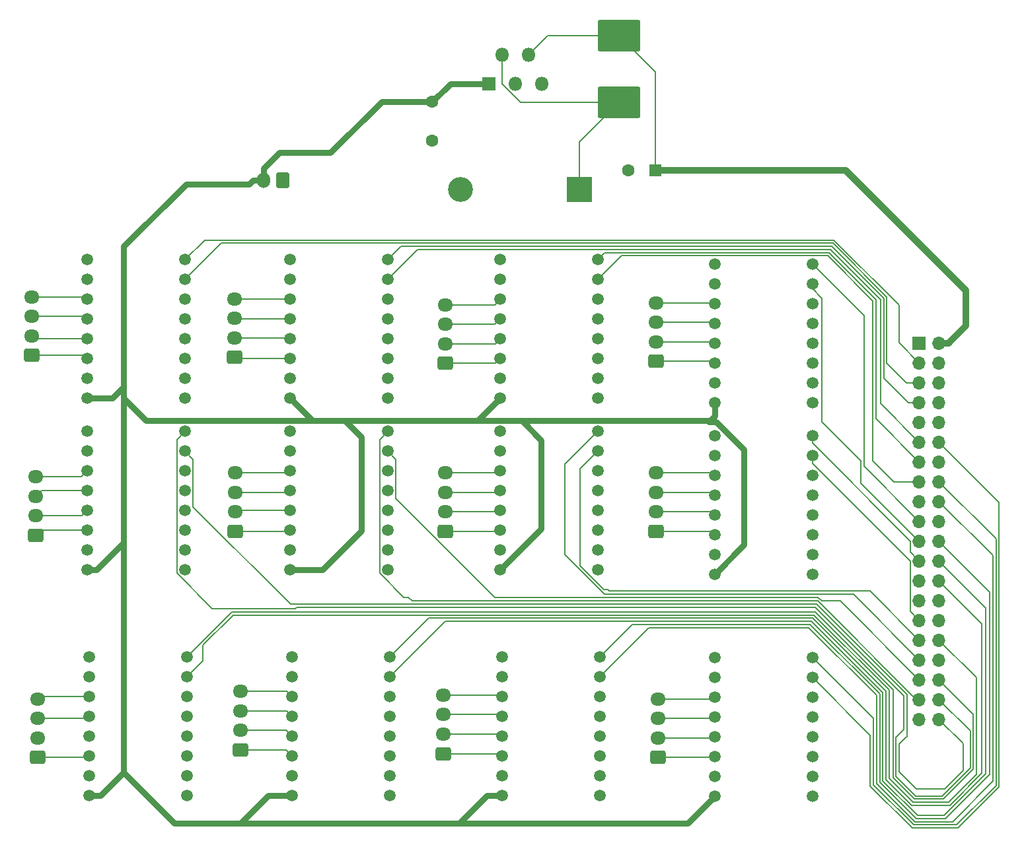
<source format=gtl>
G04 #@! TF.GenerationSoftware,KiCad,Pcbnew,8.0.8-8.0.8-0~ubuntu24.04.1*
G04 #@! TF.CreationDate,2025-04-08T09:18:08-05:00*
G04 #@! TF.ProjectId,wasabi,77617361-6269-42e6-9b69-6361645f7063,rev?*
G04 #@! TF.SameCoordinates,Original*
G04 #@! TF.FileFunction,Copper,L1,Top*
G04 #@! TF.FilePolarity,Positive*
%FSLAX46Y46*%
G04 Gerber Fmt 4.6, Leading zero omitted, Abs format (unit mm)*
G04 Created by KiCad (PCBNEW 8.0.8-8.0.8-0~ubuntu24.04.1) date 2025-04-08 09:18:08*
%MOMM*%
%LPD*%
G01*
G04 APERTURE LIST*
G04 Aperture macros list*
%AMRoundRect*
0 Rectangle with rounded corners*
0 $1 Rounding radius*
0 $2 $3 $4 $5 $6 $7 $8 $9 X,Y pos of 4 corners*
0 Add a 4 corners polygon primitive as box body*
4,1,4,$2,$3,$4,$5,$6,$7,$8,$9,$2,$3,0*
0 Add four circle primitives for the rounded corners*
1,1,$1+$1,$2,$3*
1,1,$1+$1,$4,$5*
1,1,$1+$1,$6,$7*
1,1,$1+$1,$8,$9*
0 Add four rect primitives between the rounded corners*
20,1,$1+$1,$2,$3,$4,$5,0*
20,1,$1+$1,$4,$5,$6,$7,0*
20,1,$1+$1,$6,$7,$8,$9,0*
20,1,$1+$1,$8,$9,$2,$3,0*%
G04 Aperture macros list end*
G04 #@! TA.AperFunction,ComponentPad*
%ADD10RoundRect,0.250000X0.725000X-0.600000X0.725000X0.600000X-0.725000X0.600000X-0.725000X-0.600000X0*%
G04 #@! TD*
G04 #@! TA.AperFunction,ComponentPad*
%ADD11O,1.950000X1.700000*%
G04 #@! TD*
G04 #@! TA.AperFunction,ComponentPad*
%ADD12C,1.500000*%
G04 #@! TD*
G04 #@! TA.AperFunction,ComponentPad*
%ADD13C,1.600000*%
G04 #@! TD*
G04 #@! TA.AperFunction,ComponentPad*
%ADD14RoundRect,0.250000X0.600000X0.750000X-0.600000X0.750000X-0.600000X-0.750000X0.600000X-0.750000X0*%
G04 #@! TD*
G04 #@! TA.AperFunction,ComponentPad*
%ADD15O,1.700000X2.000000*%
G04 #@! TD*
G04 #@! TA.AperFunction,ComponentPad*
%ADD16R,1.800000X1.800000*%
G04 #@! TD*
G04 #@! TA.AperFunction,ComponentPad*
%ADD17O,1.800000X1.800000*%
G04 #@! TD*
G04 #@! TA.AperFunction,ComponentPad*
%ADD18R,3.200000X3.200000*%
G04 #@! TD*
G04 #@! TA.AperFunction,ComponentPad*
%ADD19O,3.200000X3.200000*%
G04 #@! TD*
G04 #@! TA.AperFunction,SMDPad,CuDef*
%ADD20RoundRect,0.250000X2.500000X-1.750000X2.500000X1.750000X-2.500000X1.750000X-2.500000X-1.750000X0*%
G04 #@! TD*
G04 #@! TA.AperFunction,ComponentPad*
%ADD21R,1.600000X1.600000*%
G04 #@! TD*
G04 #@! TA.AperFunction,ComponentPad*
%ADD22R,1.700000X1.700000*%
G04 #@! TD*
G04 #@! TA.AperFunction,ComponentPad*
%ADD23O,1.700000X1.700000*%
G04 #@! TD*
G04 #@! TA.AperFunction,Conductor*
%ADD24C,0.200000*%
G04 #@! TD*
G04 #@! TA.AperFunction,Conductor*
%ADD25C,0.850000*%
G04 #@! TD*
G04 #@! TA.AperFunction,Conductor*
%ADD26C,0.800000*%
G04 #@! TD*
G04 APERTURE END LIST*
D10*
X104000000Y-136060000D03*
D11*
X104000000Y-133560000D03*
X104000000Y-131060000D03*
X104000000Y-128560000D03*
D12*
X164750000Y-91540000D03*
X164750000Y-89000000D03*
X164750000Y-86460000D03*
X164750000Y-83920000D03*
X164750000Y-81380000D03*
X164750000Y-78840000D03*
X164750000Y-76300000D03*
X164750000Y-73760000D03*
X177250000Y-91540000D03*
X177250000Y-89000000D03*
X177250000Y-86460000D03*
X177250000Y-83920000D03*
X177250000Y-81380000D03*
X177250000Y-78840000D03*
X177250000Y-76300000D03*
X177250000Y-73760000D03*
D13*
X128500000Y-52950000D03*
X128500000Y-57950000D03*
D10*
X103225000Y-85750000D03*
D11*
X103225000Y-83250000D03*
X103225000Y-80750000D03*
X103225000Y-78250000D03*
D10*
X157250000Y-108050000D03*
D11*
X157250000Y-105550000D03*
X157250000Y-103050000D03*
X157250000Y-100550000D03*
D14*
X109400000Y-63025000D03*
D15*
X106900000Y-63025000D03*
D10*
X157500000Y-137060000D03*
D11*
X157500000Y-134560000D03*
X157500000Y-132060000D03*
X157500000Y-129560000D03*
D12*
X84350000Y-113000000D03*
X84350000Y-110460000D03*
X84350000Y-107920000D03*
X84350000Y-105380000D03*
X84350000Y-102840000D03*
X84350000Y-100300000D03*
X84350000Y-97760000D03*
X84350000Y-95220000D03*
X96850000Y-113000000D03*
X96850000Y-110460000D03*
X96850000Y-107920000D03*
X96850000Y-105380000D03*
X96850000Y-102840000D03*
X96850000Y-100300000D03*
X96850000Y-97760000D03*
X96850000Y-95220000D03*
D10*
X103250000Y-108050000D03*
D11*
X103250000Y-105550000D03*
X103250000Y-103050000D03*
X103250000Y-100550000D03*
D12*
X164750000Y-113540000D03*
X164750000Y-111000000D03*
X164750000Y-108460000D03*
X164750000Y-105920000D03*
X164750000Y-103380000D03*
X164750000Y-100840000D03*
X164750000Y-98300000D03*
X164750000Y-95760000D03*
X177250000Y-113540000D03*
X177250000Y-111000000D03*
X177250000Y-108460000D03*
X177250000Y-105920000D03*
X177250000Y-103380000D03*
X177250000Y-100840000D03*
X177250000Y-98300000D03*
X177250000Y-95760000D03*
D10*
X77750000Y-108550000D03*
D11*
X77750000Y-106050000D03*
X77750000Y-103550000D03*
X77750000Y-101050000D03*
D12*
X84600000Y-141960000D03*
X84600000Y-139420000D03*
X84600000Y-136880000D03*
X84600000Y-134340000D03*
X84600000Y-131800000D03*
X84600000Y-129260000D03*
X84600000Y-126720000D03*
X84600000Y-124180000D03*
X97100000Y-141960000D03*
X97100000Y-139420000D03*
X97100000Y-136880000D03*
X97100000Y-134340000D03*
X97100000Y-131800000D03*
X97100000Y-129260000D03*
X97100000Y-126720000D03*
X97100000Y-124180000D03*
X137250000Y-91000000D03*
X137250000Y-88460000D03*
X137250000Y-85920000D03*
X137250000Y-83380000D03*
X137250000Y-80840000D03*
X137250000Y-78300000D03*
X137250000Y-75760000D03*
X137250000Y-73220000D03*
X149750000Y-91000000D03*
X149750000Y-88460000D03*
X149750000Y-85920000D03*
X149750000Y-83380000D03*
X149750000Y-80840000D03*
X149750000Y-78300000D03*
X149750000Y-75760000D03*
X149750000Y-73220000D03*
X110350000Y-91000000D03*
X110350000Y-88460000D03*
X110350000Y-85920000D03*
X110350000Y-83380000D03*
X110350000Y-80840000D03*
X110350000Y-78300000D03*
X110350000Y-75760000D03*
X110350000Y-73220000D03*
X122850000Y-91000000D03*
X122850000Y-88460000D03*
X122850000Y-85920000D03*
X122850000Y-83380000D03*
X122850000Y-80840000D03*
X122850000Y-78300000D03*
X122850000Y-75760000D03*
X122850000Y-73220000D03*
D10*
X130000000Y-136560000D03*
D11*
X130000000Y-134060000D03*
X130000000Y-131560000D03*
X130000000Y-129060000D03*
D16*
X135800000Y-50650000D03*
D17*
X137500000Y-46950000D03*
X139200000Y-50650000D03*
X140900000Y-46950000D03*
X142600000Y-50650000D03*
D18*
X147370000Y-64250000D03*
D19*
X132130000Y-64250000D03*
D20*
X152500000Y-53000000D03*
X152500000Y-44500000D03*
D10*
X130250000Y-108050000D03*
D11*
X130250000Y-105550000D03*
X130250000Y-103050000D03*
X130250000Y-100550000D03*
D10*
X78000000Y-137060000D03*
D11*
X78000000Y-134560000D03*
X78000000Y-132060000D03*
X78000000Y-129560000D03*
D12*
X110600000Y-141960000D03*
X110600000Y-139420000D03*
X110600000Y-136880000D03*
X110600000Y-134340000D03*
X110600000Y-131800000D03*
X110600000Y-129260000D03*
X110600000Y-126720000D03*
X110600000Y-124180000D03*
X123100000Y-141960000D03*
X123100000Y-139420000D03*
X123100000Y-136880000D03*
X123100000Y-134340000D03*
X123100000Y-131800000D03*
X123100000Y-129260000D03*
X123100000Y-126720000D03*
X123100000Y-124180000D03*
X137500000Y-141960000D03*
X137500000Y-139420000D03*
X137500000Y-136880000D03*
X137500000Y-134340000D03*
X137500000Y-131800000D03*
X137500000Y-129260000D03*
X137500000Y-126720000D03*
X137500000Y-124180000D03*
X150000000Y-141960000D03*
X150000000Y-139420000D03*
X150000000Y-136880000D03*
X150000000Y-134340000D03*
X150000000Y-131800000D03*
X150000000Y-129260000D03*
X150000000Y-126720000D03*
X150000000Y-124180000D03*
D21*
X157152651Y-61750000D03*
D13*
X153652651Y-61750000D03*
D12*
X164750000Y-142000000D03*
X164750000Y-139460000D03*
X164750000Y-136920000D03*
X164750000Y-134380000D03*
X164750000Y-131840000D03*
X164750000Y-129300000D03*
X164750000Y-126760000D03*
X164750000Y-124220000D03*
X177250000Y-142000000D03*
X177250000Y-139460000D03*
X177250000Y-136920000D03*
X177250000Y-134380000D03*
X177250000Y-131840000D03*
X177250000Y-129300000D03*
X177250000Y-126760000D03*
X177250000Y-124220000D03*
D10*
X157225000Y-86250000D03*
D11*
X157225000Y-83750000D03*
X157225000Y-81250000D03*
X157225000Y-78750000D03*
D12*
X137250000Y-113000000D03*
X137250000Y-110460000D03*
X137250000Y-107920000D03*
X137250000Y-105380000D03*
X137250000Y-102840000D03*
X137250000Y-100300000D03*
X137250000Y-97760000D03*
X137250000Y-95220000D03*
X149750000Y-113000000D03*
X149750000Y-110460000D03*
X149750000Y-107920000D03*
X149750000Y-105380000D03*
X149750000Y-102840000D03*
X149750000Y-100300000D03*
X149750000Y-97760000D03*
X149750000Y-95220000D03*
D10*
X77250000Y-85500000D03*
D11*
X77250000Y-83000000D03*
X77250000Y-80500000D03*
X77250000Y-78000000D03*
D12*
X84350000Y-91000000D03*
X84350000Y-88460000D03*
X84350000Y-85920000D03*
X84350000Y-83380000D03*
X84350000Y-80840000D03*
X84350000Y-78300000D03*
X84350000Y-75760000D03*
X84350000Y-73220000D03*
X96850000Y-91000000D03*
X96850000Y-88460000D03*
X96850000Y-85920000D03*
X96850000Y-83380000D03*
X96850000Y-80840000D03*
X96850000Y-78300000D03*
X96850000Y-75760000D03*
X96850000Y-73220000D03*
X110350000Y-113000000D03*
X110350000Y-110460000D03*
X110350000Y-107920000D03*
X110350000Y-105380000D03*
X110350000Y-102840000D03*
X110350000Y-100300000D03*
X110350000Y-97760000D03*
X110350000Y-95220000D03*
X122850000Y-113000000D03*
X122850000Y-110460000D03*
X122850000Y-107920000D03*
X122850000Y-105380000D03*
X122850000Y-102840000D03*
X122850000Y-100300000D03*
X122850000Y-97760000D03*
X122850000Y-95220000D03*
D22*
X190960000Y-83920000D03*
D23*
X193500000Y-83920000D03*
X190960000Y-86460000D03*
X193500000Y-86460000D03*
X190960000Y-89000000D03*
X193500000Y-89000000D03*
X190960000Y-91540000D03*
X193500000Y-91540000D03*
X190960000Y-94080000D03*
X193500000Y-94080000D03*
X190960000Y-96620000D03*
X193500000Y-96620000D03*
X190960000Y-99160000D03*
X193500000Y-99160000D03*
X190960000Y-101700000D03*
X193500000Y-101700000D03*
X190960000Y-104240000D03*
X193500000Y-104240000D03*
X190960000Y-106780000D03*
X193500000Y-106780000D03*
X190960000Y-109320000D03*
X193500000Y-109320000D03*
X190960000Y-111860000D03*
X193500000Y-111860000D03*
X190960000Y-114400000D03*
X193500000Y-114400000D03*
X190960000Y-116940000D03*
X193500000Y-116940000D03*
X190960000Y-119480000D03*
X193500000Y-119480000D03*
X190960000Y-122020000D03*
X193500000Y-122020000D03*
X190960000Y-124560000D03*
X193500000Y-124560000D03*
X190960000Y-127100000D03*
X193500000Y-127100000D03*
X190960000Y-129640000D03*
X193500000Y-129640000D03*
X190960000Y-132180000D03*
X193500000Y-132180000D03*
D10*
X130250000Y-86500000D03*
D11*
X130250000Y-84000000D03*
X130250000Y-81500000D03*
X130250000Y-79000000D03*
D24*
X137500000Y-46950000D02*
X137500000Y-50647057D01*
X147370000Y-58130000D02*
X152500000Y-53000000D01*
X139852943Y-53000000D02*
X152500000Y-53000000D01*
X147370000Y-64250000D02*
X147370000Y-58130000D01*
X137500000Y-50647057D02*
X139852943Y-53000000D01*
D25*
X194702081Y-83920000D02*
X193500000Y-83920000D01*
D24*
X157152651Y-49152651D02*
X152500000Y-44500000D01*
D25*
X196935042Y-77165252D02*
X196935042Y-81687039D01*
X181519790Y-61750000D02*
X196935042Y-77165252D01*
D24*
X143350000Y-44500000D02*
X140900000Y-46950000D01*
D25*
X157152651Y-61750000D02*
X181519790Y-61750000D01*
D24*
X152500000Y-44500000D02*
X143350000Y-44500000D01*
X157152651Y-61750000D02*
X157152651Y-49152651D01*
D25*
X196935042Y-81687039D02*
X194702081Y-83920000D01*
D24*
X157225000Y-83750000D02*
X164580000Y-83750000D01*
X164580000Y-83750000D02*
X164750000Y-83920000D01*
X164620000Y-81250000D02*
X164750000Y-81380000D01*
X157225000Y-81250000D02*
X164620000Y-81250000D01*
X164540000Y-86250000D02*
X164750000Y-86460000D01*
X157225000Y-86250000D02*
X164540000Y-86250000D01*
X157225000Y-78750000D02*
X164660000Y-78750000D01*
X164660000Y-78750000D02*
X164750000Y-78840000D01*
X136590000Y-81500000D02*
X137250000Y-80840000D01*
X130250000Y-81500000D02*
X136590000Y-81500000D01*
X130250000Y-86500000D02*
X136670000Y-86500000D01*
X136670000Y-86500000D02*
X137250000Y-85920000D01*
X130250000Y-84000000D02*
X136630000Y-84000000D01*
X136630000Y-84000000D02*
X137250000Y-83380000D01*
X136550000Y-79000000D02*
X137250000Y-78300000D01*
X130250000Y-79000000D02*
X136550000Y-79000000D01*
X103225000Y-83250000D02*
X110220000Y-83250000D01*
X110220000Y-83250000D02*
X110350000Y-83380000D01*
X110350000Y-80840000D02*
X103315000Y-80840000D01*
X103315000Y-80840000D02*
X103225000Y-80750000D01*
X103395000Y-85920000D02*
X103225000Y-85750000D01*
X110350000Y-85920000D02*
X103395000Y-85920000D01*
X110300000Y-78250000D02*
X110350000Y-78300000D01*
X103225000Y-78250000D02*
X110300000Y-78250000D01*
X84350000Y-83380000D02*
X77630000Y-83380000D01*
X77630000Y-83380000D02*
X77250000Y-83000000D01*
X77250000Y-85500000D02*
X83930000Y-85500000D01*
X83930000Y-85500000D02*
X84350000Y-85920000D01*
X77250000Y-80500000D02*
X84010000Y-80500000D01*
X84010000Y-80500000D02*
X84350000Y-80840000D01*
X77250000Y-78000000D02*
X84050000Y-78000000D01*
X84050000Y-78000000D02*
X84350000Y-78300000D01*
X84350000Y-107920000D02*
X78380000Y-107920000D01*
X78380000Y-107920000D02*
X77750000Y-108550000D01*
X78460000Y-102840000D02*
X77750000Y-103550000D01*
X84350000Y-102840000D02*
X78460000Y-102840000D01*
X77750000Y-101050000D02*
X83600000Y-101050000D01*
X83600000Y-101050000D02*
X84350000Y-100300000D01*
X83680000Y-106050000D02*
X84350000Y-105380000D01*
X77750000Y-106050000D02*
X83680000Y-106050000D01*
X110350000Y-105380000D02*
X103420000Y-105380000D01*
X103420000Y-105380000D02*
X103250000Y-105550000D01*
X103250000Y-108050000D02*
X110220000Y-108050000D01*
X110220000Y-108050000D02*
X110350000Y-107920000D01*
X103250000Y-103050000D02*
X110140000Y-103050000D01*
X110140000Y-103050000D02*
X110350000Y-102840000D01*
X103250000Y-100550000D02*
X110100000Y-100550000D01*
X110100000Y-100550000D02*
X110350000Y-100300000D01*
X137120000Y-108050000D02*
X137250000Y-107920000D01*
X130250000Y-108050000D02*
X137120000Y-108050000D01*
X130250000Y-103050000D02*
X137040000Y-103050000D01*
X137040000Y-103050000D02*
X137250000Y-102840000D01*
X130250000Y-100550000D02*
X137000000Y-100550000D01*
X137000000Y-100550000D02*
X137250000Y-100300000D01*
X137080000Y-105550000D02*
X137250000Y-105380000D01*
X130250000Y-105550000D02*
X137080000Y-105550000D01*
X157250000Y-108050000D02*
X164340000Y-108050000D01*
X164340000Y-108050000D02*
X164750000Y-108460000D01*
X164460000Y-100550000D02*
X164750000Y-100840000D01*
X157250000Y-100550000D02*
X164460000Y-100550000D01*
X157250000Y-105550000D02*
X164380000Y-105550000D01*
X164380000Y-105550000D02*
X164750000Y-105920000D01*
X157250000Y-103050000D02*
X164420000Y-103050000D01*
X164420000Y-103050000D02*
X164750000Y-103380000D01*
X164570000Y-134560000D02*
X164750000Y-134380000D01*
X157500000Y-134560000D02*
X164570000Y-134560000D01*
X157500000Y-132060000D02*
X164530000Y-132060000D01*
X164530000Y-132060000D02*
X164750000Y-131840000D01*
X157500000Y-129560000D02*
X164490000Y-129560000D01*
X164490000Y-129560000D02*
X164750000Y-129300000D01*
X157500000Y-137060000D02*
X164610000Y-137060000D01*
X164610000Y-137060000D02*
X164750000Y-136920000D01*
X137220000Y-134060000D02*
X137500000Y-134340000D01*
X130000000Y-134060000D02*
X137220000Y-134060000D01*
X130000000Y-136560000D02*
X137180000Y-136560000D01*
X137180000Y-136560000D02*
X137500000Y-136880000D01*
X137300000Y-129060000D02*
X137500000Y-129260000D01*
X130000000Y-129060000D02*
X137300000Y-129060000D01*
X130000000Y-131560000D02*
X137260000Y-131560000D01*
X137260000Y-131560000D02*
X137500000Y-131800000D01*
X109780000Y-136060000D02*
X110600000Y-136880000D01*
X104000000Y-136060000D02*
X109780000Y-136060000D01*
X109820000Y-133560000D02*
X110600000Y-134340000D01*
X104000000Y-133560000D02*
X109820000Y-133560000D01*
X109900000Y-128560000D02*
X110600000Y-129260000D01*
X104000000Y-128560000D02*
X109900000Y-128560000D01*
X109860000Y-131060000D02*
X110600000Y-131800000D01*
X104000000Y-131060000D02*
X109860000Y-131060000D01*
X84600000Y-129260000D02*
X78300000Y-129260000D01*
X78300000Y-129260000D02*
X78000000Y-129560000D01*
X78000000Y-132060000D02*
X84340000Y-132060000D01*
X84340000Y-132060000D02*
X84600000Y-131800000D01*
X84420000Y-137060000D02*
X84600000Y-136880000D01*
X78000000Y-137060000D02*
X84420000Y-137060000D01*
X201200000Y-104320000D02*
X193500000Y-96620000D01*
X201200000Y-140800000D02*
X201200000Y-104320000D01*
X184685785Y-140711273D02*
X190074512Y-146100000D01*
X195900000Y-146100000D02*
X201200000Y-140800000D01*
X184685785Y-134195785D02*
X184685785Y-140711273D01*
X177250000Y-126760000D02*
X184685785Y-134195785D01*
X190074512Y-146100000D02*
X195900000Y-146100000D01*
X193500000Y-101700000D02*
X200800000Y-109000000D01*
X195734314Y-145700000D02*
X190240198Y-145700000D01*
X185085785Y-132055785D02*
X177250000Y-124220000D01*
X190240198Y-145700000D02*
X185085785Y-140545587D01*
X200800000Y-109000000D02*
X200800000Y-140634314D01*
X200800000Y-140634314D02*
X195734314Y-145700000D01*
X185085785Y-140545587D02*
X185085785Y-132055785D01*
X176974512Y-120000000D02*
X185885785Y-128911273D01*
X200000000Y-139197057D02*
X200000000Y-115820000D01*
X194297057Y-144900000D02*
X200000000Y-139197057D01*
X185885785Y-128911273D02*
X185885785Y-140214215D01*
X190571570Y-144900000D02*
X194297057Y-144900000D01*
X154180000Y-120000000D02*
X176974512Y-120000000D01*
X150000000Y-124180000D02*
X154180000Y-120000000D01*
X200000000Y-115820000D02*
X193500000Y-109320000D01*
X185885785Y-140214215D02*
X190571570Y-144900000D01*
X185485785Y-140379901D02*
X190405884Y-145300000D01*
X185485785Y-129076959D02*
X185485785Y-140379901D01*
X190405884Y-145300000D02*
X195200000Y-145300000D01*
X176808826Y-120400000D02*
X185485785Y-129076959D01*
X195200000Y-145300000D02*
X200400000Y-140100000D01*
X200400000Y-140100000D02*
X200400000Y-111140000D01*
X200400000Y-111140000D02*
X193500000Y-104240000D01*
X150000000Y-126720000D02*
X156320000Y-120400000D01*
X156320000Y-120400000D02*
X176808826Y-120400000D01*
X186685785Y-128579901D02*
X186685785Y-139882843D01*
X199000000Y-139065686D02*
X199000000Y-119900000D01*
X123100000Y-124180000D02*
X128080000Y-119200000D01*
X177305884Y-119200000D02*
X186685785Y-128579901D01*
X128080000Y-119200000D02*
X177305884Y-119200000D01*
X186685785Y-139882843D02*
X190002942Y-143200000D01*
X199000000Y-119900000D02*
X193500000Y-114400000D01*
X194865686Y-143200000D02*
X199000000Y-139065686D01*
X190002942Y-143200000D02*
X194865686Y-143200000D01*
X130220000Y-119600000D02*
X177140198Y-119600000D01*
X186285785Y-140048529D02*
X190737256Y-144500000D01*
X199500000Y-117860000D02*
X193500000Y-111860000D01*
X190737256Y-144500000D02*
X194131371Y-144500000D01*
X186285785Y-128745587D02*
X186285785Y-140048529D01*
X194131371Y-144500000D02*
X199500000Y-139131371D01*
X123100000Y-126720000D02*
X130220000Y-119600000D01*
X177140198Y-119600000D02*
X186285785Y-128745587D01*
X199500000Y-139131371D02*
X199500000Y-117860000D01*
X97100000Y-124180000D02*
X102880000Y-118400000D01*
X197900000Y-131500000D02*
X193500000Y-127100000D01*
X187591657Y-128354401D02*
X187591657Y-139657343D01*
X187591657Y-139657343D02*
X190334314Y-142400000D01*
X102880000Y-118400000D02*
X177637256Y-118400000D01*
X194040931Y-142400000D02*
X197900000Y-138540931D01*
X177637256Y-118400000D02*
X187591657Y-128354401D01*
X190334314Y-142400000D02*
X194040931Y-142400000D01*
X197900000Y-138540931D02*
X197900000Y-131500000D01*
X194700000Y-142800000D02*
X198300000Y-139200000D01*
X97100000Y-126720000D02*
X99172843Y-124647157D01*
X187085785Y-128414215D02*
X187085785Y-139717157D01*
X103045686Y-118800000D02*
X177471570Y-118800000D01*
X190168628Y-142800000D02*
X194700000Y-142800000D01*
X99172843Y-124647157D02*
X99172843Y-122672843D01*
X198300000Y-126820000D02*
X193500000Y-122020000D01*
X99172843Y-122672843D02*
X103045686Y-118800000D01*
X198300000Y-139200000D02*
X198300000Y-126820000D01*
X187085785Y-139717157D02*
X190168628Y-142800000D01*
X177471570Y-118800000D02*
X187085785Y-128414215D01*
X96850000Y-97760000D02*
X97900000Y-98810000D01*
X189359804Y-128991176D02*
X189359804Y-134359804D01*
X188391657Y-135330379D02*
X188391657Y-138891657D01*
X110400000Y-117400000D02*
X177768628Y-117400000D01*
X196602091Y-135282091D02*
X193500000Y-132180000D01*
X189348030Y-134374006D02*
X188391657Y-135330379D01*
X188391657Y-138891657D02*
X190606887Y-141106887D01*
X190606887Y-141106887D02*
X194202672Y-141106887D01*
X196602091Y-138707468D02*
X196602091Y-135282091D01*
X177768628Y-117400000D02*
X189359804Y-128991176D01*
X97900000Y-104900000D02*
X110400000Y-117400000D01*
X97900000Y-98810000D02*
X97900000Y-104900000D01*
X189359804Y-134359804D02*
X189348030Y-134374006D01*
X194202672Y-141106887D02*
X196602091Y-138707468D01*
X197500000Y-133640000D02*
X193500000Y-129640000D01*
X197500000Y-138375245D02*
X197500000Y-133640000D01*
X187991657Y-134468147D02*
X187991657Y-139491657D01*
X188959804Y-133500000D02*
X187991657Y-134468147D01*
X177602942Y-117800000D02*
X188959804Y-129156862D01*
X95800000Y-113434925D02*
X100365075Y-118000000D01*
X96850000Y-95220000D02*
X95800000Y-96270000D01*
X188959804Y-129156862D02*
X188959804Y-133500000D01*
X190500000Y-142000000D02*
X193875245Y-142000000D01*
X95800000Y-96270000D02*
X95800000Y-113434925D01*
X193875245Y-142000000D02*
X197500000Y-138375245D01*
X187991657Y-139491657D02*
X190500000Y-142000000D01*
X100365075Y-118000000D02*
X111000000Y-118000000D01*
X111200000Y-117800000D02*
X177602942Y-117800000D01*
X111000000Y-118000000D02*
X111200000Y-117800000D01*
X124560000Y-71510000D02*
X179707058Y-71510000D01*
X122850000Y-73220000D02*
X124560000Y-71510000D01*
X186400000Y-88400000D02*
X189540000Y-91540000D01*
X179707058Y-71510000D02*
X186400000Y-78202942D01*
X189540000Y-91540000D02*
X190960000Y-91540000D01*
X186400000Y-78202942D02*
X186400000Y-88400000D01*
X126700000Y-71910000D02*
X179541372Y-71910000D01*
X186000000Y-78368628D02*
X186000000Y-91660000D01*
X179541372Y-71910000D02*
X186000000Y-78368628D01*
X186000000Y-91660000D02*
X190960000Y-96620000D01*
X122850000Y-75760000D02*
X126700000Y-71910000D01*
X96850000Y-73220000D02*
X99360000Y-70710000D01*
X188395217Y-83895217D02*
X190960000Y-86460000D01*
X99360000Y-70710000D02*
X180038430Y-70710000D01*
X180038430Y-70710000D02*
X188395217Y-79066787D01*
X188395217Y-79066787D02*
X188395217Y-83895217D01*
X179872744Y-71110000D02*
X101500000Y-71110000D01*
X186800000Y-78037256D02*
X179872744Y-71110000D01*
X189300000Y-89000000D02*
X186800000Y-86500000D01*
X186800000Y-86500000D02*
X186800000Y-78037256D01*
X190960000Y-89000000D02*
X189300000Y-89000000D01*
X101500000Y-71110000D02*
X96850000Y-75760000D01*
X178500000Y-78166346D02*
X178500000Y-94000000D01*
X177250000Y-76916346D02*
X178500000Y-78166346D01*
X183500000Y-99000000D02*
X183500000Y-101860000D01*
X183500000Y-101860000D02*
X190960000Y-109320000D01*
X178500000Y-94000000D02*
X183500000Y-99000000D01*
X177250000Y-76300000D02*
X177250000Y-76916346D01*
X183900000Y-80410000D02*
X183900000Y-99720000D01*
X177250000Y-73760000D02*
X183900000Y-80410000D01*
X183900000Y-99720000D02*
X190960000Y-106780000D01*
X185400000Y-93600000D02*
X185400000Y-78334314D01*
X179375686Y-72310000D02*
X150660000Y-72310000D01*
X150660000Y-72310000D02*
X149750000Y-73220000D01*
X190960000Y-99160000D02*
X185400000Y-93600000D01*
X185400000Y-78334314D02*
X179375686Y-72310000D01*
X179210000Y-72710000D02*
X185000000Y-78500000D01*
X152800000Y-72710000D02*
X179210000Y-72710000D01*
X149750000Y-75760000D02*
X152800000Y-72710000D01*
X185000000Y-99000000D02*
X187700000Y-101700000D01*
X187700000Y-101700000D02*
X190960000Y-101700000D01*
X185000000Y-78500000D02*
X185000000Y-99000000D01*
X145500000Y-99470000D02*
X145500000Y-111000000D01*
X182500000Y-116100000D02*
X190960000Y-124560000D01*
X145500000Y-111000000D02*
X150600000Y-116100000D01*
X149750000Y-95220000D02*
X145500000Y-99470000D01*
X150600000Y-116100000D02*
X182500000Y-116100000D01*
X150565686Y-115500000D02*
X147500000Y-112434314D01*
X151000000Y-115500000D02*
X150565686Y-115500000D01*
X147500000Y-112434314D02*
X147500000Y-100010000D01*
X190960000Y-122020000D02*
X184640000Y-115700000D01*
X184640000Y-115700000D02*
X151200000Y-115700000D01*
X151200000Y-115700000D02*
X151000000Y-115500000D01*
X147500000Y-100010000D02*
X149750000Y-97760000D01*
X189810000Y-110710000D02*
X190960000Y-111860000D01*
X177250000Y-96750000D02*
X189810000Y-109310000D01*
X177250000Y-95760000D02*
X177250000Y-96750000D01*
X189810000Y-109310000D02*
X189810000Y-110710000D01*
X189810000Y-111915075D02*
X189810000Y-118330000D01*
X189810000Y-118330000D02*
X190960000Y-119480000D01*
X177250000Y-98300000D02*
X177250000Y-99355075D01*
X177250000Y-99355075D02*
X189810000Y-111915075D01*
X122850000Y-95220000D02*
X121800000Y-96270000D01*
X121800000Y-96270000D02*
X121800000Y-113434925D01*
X190574314Y-129640000D02*
X190960000Y-129640000D01*
X125500000Y-116500000D02*
X126000000Y-117000000D01*
X124865075Y-116500000D02*
X125500000Y-116500000D01*
X177934314Y-117000000D02*
X190574314Y-129640000D01*
X126000000Y-117000000D02*
X177934314Y-117000000D01*
X121800000Y-113434925D02*
X124865075Y-116500000D01*
X136590256Y-116500000D02*
X178000000Y-116500000D01*
X178000000Y-116500000D02*
X178500000Y-117000000D01*
X178500000Y-117000000D02*
X180860000Y-117000000D01*
X180860000Y-117000000D02*
X190960000Y-127100000D01*
X122850000Y-97760000D02*
X123900000Y-98810000D01*
X123900000Y-98810000D02*
X123900000Y-103809744D01*
X123900000Y-103809744D02*
X136590256Y-116500000D01*
D26*
X132500000Y-93870000D02*
X134380000Y-93870000D01*
X130850000Y-50650000D02*
X135800000Y-50650000D01*
X89000000Y-91000000D02*
X89000000Y-109500000D01*
X132000000Y-145500000D02*
X135540000Y-141960000D01*
X113000000Y-93650000D02*
X110350000Y-91000000D01*
X122050000Y-52950000D02*
X128500000Y-52950000D01*
X164899189Y-94000000D02*
X168500000Y-97600811D01*
X105085075Y-63500000D02*
X97000000Y-63500000D01*
X89000000Y-139000000D02*
X95500000Y-145500000D01*
X89000000Y-109500000D02*
X85500000Y-113000000D01*
X132000000Y-145500000D02*
X161250000Y-145500000D01*
X91870000Y-93870000D02*
X113000000Y-93870000D01*
X86040000Y-141960000D02*
X84600000Y-141960000D01*
X119500000Y-96000000D02*
X119500000Y-108000000D01*
X140000000Y-93870000D02*
X163870000Y-93870000D01*
X168500000Y-109790000D02*
X164750000Y-113540000D01*
X128500000Y-52950000D02*
X128550000Y-52950000D01*
X108925000Y-59500000D02*
X115500000Y-59500000D01*
X119500000Y-108000000D02*
X114500000Y-113000000D01*
X104000000Y-145500000D02*
X132000000Y-145500000D01*
X89000000Y-71500000D02*
X89000000Y-89500000D01*
X135540000Y-141960000D02*
X137500000Y-141960000D01*
X85500000Y-113000000D02*
X84350000Y-113000000D01*
X114500000Y-113000000D02*
X110350000Y-113000000D01*
X106900000Y-61525000D02*
X108925000Y-59500000D01*
X140000000Y-93870000D02*
X142500000Y-96370000D01*
X132500000Y-93870000D02*
X140000000Y-93870000D01*
X87500000Y-91000000D02*
X84350000Y-91000000D01*
X89000000Y-89500000D02*
X89000000Y-91000000D01*
X104000000Y-145500000D02*
X107540000Y-141960000D01*
X89000000Y-89500000D02*
X87500000Y-91000000D01*
X106900000Y-63025000D02*
X106900000Y-61525000D01*
X97000000Y-63500000D02*
X89000000Y-71500000D01*
X89000000Y-91000000D02*
X91870000Y-93870000D01*
X117370000Y-93870000D02*
X119500000Y-96000000D01*
X89000000Y-139000000D02*
X86040000Y-141960000D01*
X142500000Y-107750000D02*
X137250000Y-113000000D01*
X163870000Y-93870000D02*
X164000000Y-94000000D01*
X95500000Y-145500000D02*
X104000000Y-145500000D01*
X116500000Y-93870000D02*
X117370000Y-93870000D01*
X113000000Y-93870000D02*
X113000000Y-93650000D01*
X161250000Y-145500000D02*
X164750000Y-142000000D01*
X105560075Y-63025000D02*
X105085075Y-63500000D01*
X115500000Y-59500000D02*
X122050000Y-52950000D01*
X168500000Y-97600811D02*
X168500000Y-109790000D01*
X142500000Y-96370000D02*
X142500000Y-107750000D01*
X107540000Y-141960000D02*
X110600000Y-141960000D01*
X113000000Y-93870000D02*
X116500000Y-93870000D01*
X164000000Y-94000000D02*
X164899189Y-94000000D01*
X89000000Y-109500000D02*
X89000000Y-139000000D01*
X128550000Y-52950000D02*
X130850000Y-50650000D01*
X164000000Y-94000000D02*
X164750000Y-93250000D01*
X164750000Y-93250000D02*
X164750000Y-91540000D01*
X106900000Y-63025000D02*
X105560075Y-63025000D01*
X116500000Y-93870000D02*
X132500000Y-93870000D01*
X134380000Y-93870000D02*
X137250000Y-91000000D01*
M02*

</source>
